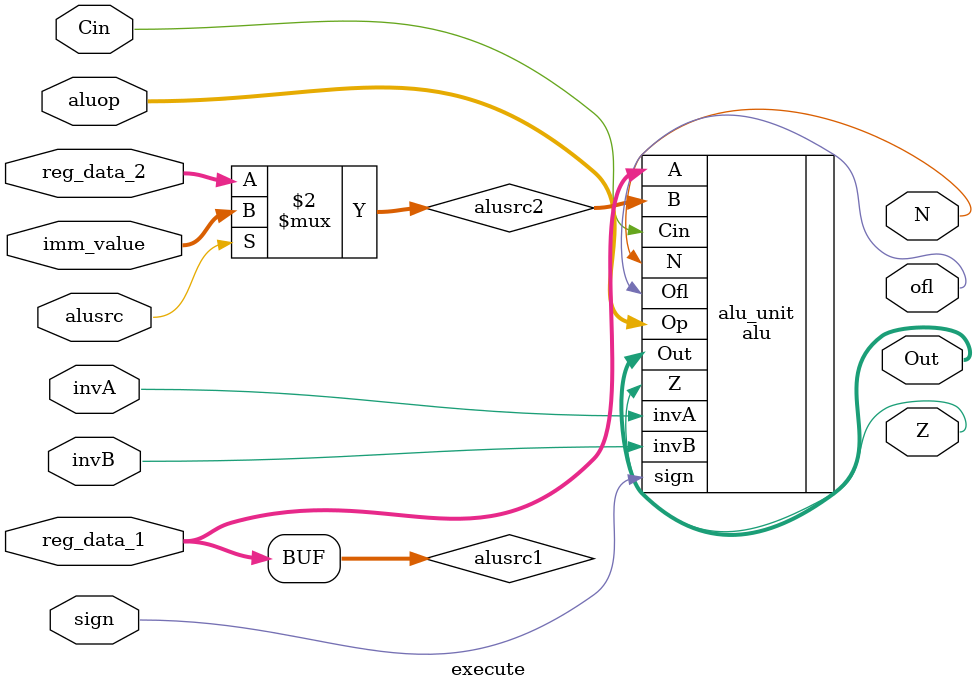
<source format=v>
module execute(
	   input [31:0] reg_data_1,
	   input [31:0] reg_data_2,
	   input [31:0] imm_value,
	   input alusrc,
	   input invA,
	   input invB,
	   input sign,
	   input Cin,
	   input [3:0] aluop,
	   output [31:0] Out,
	   output Z,
	   output ofl,
	   output N
	);

wire [31:0] alusrc1;
wire [31:0] alusrc2;

assign alusrc1 = reg_data_1;
assign alusrc2 = (alusrc == 1'b0) ? reg_data_2 : imm_value;

alu alu_unit (
	 /*Inputs*/
	 .A(alusrc1),
	 .B(alusrc2), 
	 .Cin(Cin),
	 .Op(aluop), 
	 .invA(invA), 
	 .invB(invB),
	 .sign(sign), 
	 /*Outputs*/
	 .Out(Out),
	 .Ofl(ofl),
	 .Z(Z), 
	 .N(N)
	);
		
endmodule 

</source>
